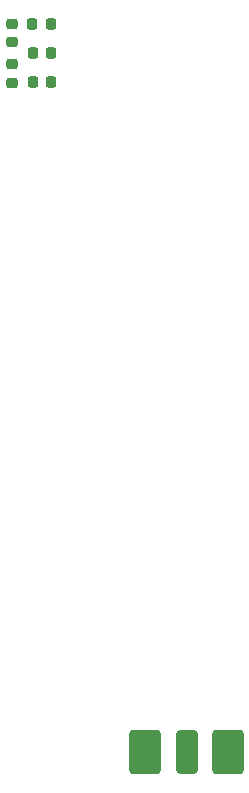
<source format=gbr>
%TF.GenerationSoftware,KiCad,Pcbnew,8.0.5*%
%TF.CreationDate,2025-03-27T12:09:55+00:00*%
%TF.ProjectId,pcb_antenna,7063625f-616e-4746-956e-6e612e6b6963,rev?*%
%TF.SameCoordinates,Original*%
%TF.FileFunction,Soldermask,Top*%
%TF.FilePolarity,Negative*%
%FSLAX46Y46*%
G04 Gerber Fmt 4.6, Leading zero omitted, Abs format (unit mm)*
G04 Created by KiCad (PCBNEW 8.0.5) date 2025-03-27 12:09:55*
%MOMM*%
%LPD*%
G01*
G04 APERTURE LIST*
G04 Aperture macros list*
%AMRoundRect*
0 Rectangle with rounded corners*
0 $1 Rounding radius*
0 $2 $3 $4 $5 $6 $7 $8 $9 X,Y pos of 4 corners*
0 Add a 4 corners polygon primitive as box body*
4,1,4,$2,$3,$4,$5,$6,$7,$8,$9,$2,$3,0*
0 Add four circle primitives for the rounded corners*
1,1,$1+$1,$2,$3*
1,1,$1+$1,$4,$5*
1,1,$1+$1,$6,$7*
1,1,$1+$1,$8,$9*
0 Add four rect primitives between the rounded corners*
20,1,$1+$1,$2,$3,$4,$5,0*
20,1,$1+$1,$4,$5,$6,$7,0*
20,1,$1+$1,$6,$7,$8,$9,0*
20,1,$1+$1,$8,$9,$2,$3,0*%
G04 Aperture macros list end*
%ADD10RoundRect,0.218750X0.256250X-0.218750X0.256250X0.218750X-0.256250X0.218750X-0.256250X-0.218750X0*%
%ADD11RoundRect,0.218750X-0.218750X-0.256250X0.218750X-0.256250X0.218750X0.256250X-0.218750X0.256250X0*%
%ADD12RoundRect,0.250000X-0.640000X1.595000X-0.640000X-1.595000X0.640000X-1.595000X0.640000X1.595000X0*%
%ADD13RoundRect,0.250000X-1.082500X1.595000X-1.082500X-1.595000X1.082500X-1.595000X1.082500X1.595000X0*%
%ADD14RoundRect,0.225000X-0.225000X-0.250000X0.225000X-0.250000X0.225000X0.250000X-0.225000X0.250000X0*%
G04 APERTURE END LIST*
D10*
%TO.C,L3*%
X85169635Y-105047454D03*
X85169635Y-103472454D03*
%TD*%
%TO.C,L2*%
X85169635Y-101622454D03*
X85169635Y-100047454D03*
%TD*%
D11*
%TO.C,L1*%
X86942249Y-100085024D03*
X88517249Y-100085024D03*
%TD*%
D12*
%TO.C,J1*%
X100000000Y-161750000D03*
D13*
X103492500Y-161750000D03*
X96507500Y-161750000D03*
%TD*%
D14*
%TO.C,C2*%
X86950000Y-105000000D03*
X88500000Y-105000000D03*
%TD*%
%TO.C,C1*%
X86946125Y-102555941D03*
X88496125Y-102555941D03*
%TD*%
M02*

</source>
